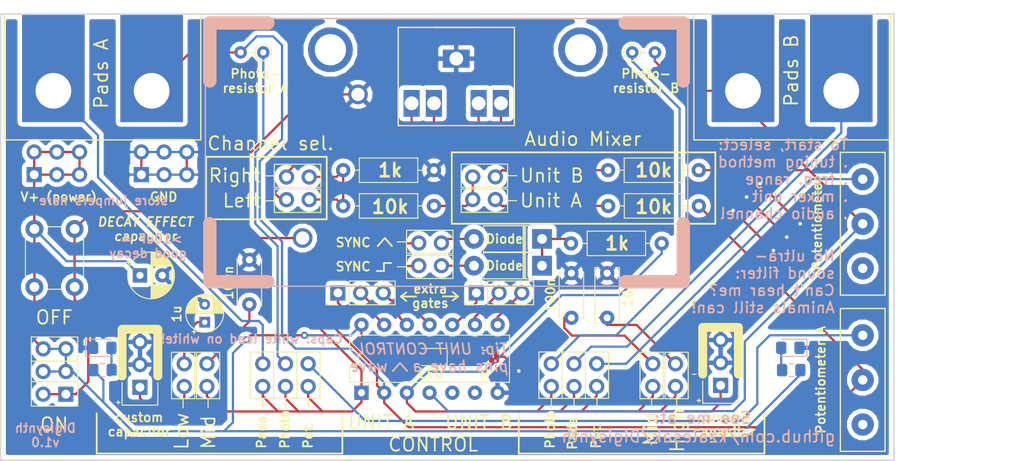
<source format=kicad_pcb>
(kicad_pcb (version 20171130) (host pcbnew "(5.0.0)")
  (layers (0 F.Cu signal) (31 B.Cu signal) (34 B.Paste user hide) (35 F.Paste user hide) (36 B.SilkS user) (37 F.SilkS user) (38 B.Mask user hide) (39 F.Mask user) (44 Edge.Cuts user))
  (net 0 "")
  (net 1 GND)
  (net 2 "Net-(C1-Pad1)")
  (net 3 "Net-(C2-Pad1)")
  (net 4 "Net-(C3-Pad1)")
  (net 5 "Net-(C4-Pad1)")
  (net 6 IN_B)
  (net 7 "Net-(D1-Pad2)")
  (net 8 "Net-(D2-Pad1)")
  (net 9 IN_A)
  (net 10 "Net-(J3-Pad6)")
  (net 11 "Net-(J3-Pad5)")
  (net 12 "Net-(J3-Pad4)")
  (net 13 OUT_A)
  (net 14 "Net-(J6-Pad4)")
  (net 15 "Net-(J6-Pad5)")
  (net 16 "Net-(J6-Pad6)")
  (net 17 "Net-(J8-Pad3)")
  (net 18 "Net-(J8-Pad2)")
  (net 19 "Net-(J8-Pad1)")
  (net 20 V+)
  (net 21 "Net-(J11-Pad1)")
  (net 22 "Net-(J11-Pad3)")
  (net 23 OUT_B)
  (net 24 /40106/8Dout)
  (net 25 /40106/9Din)
  (net 26 /40106/10Eout)
  (net 27 /40106/11Ein)
  (net 28 /40106/5Cin)
  (net 29 /40106/12Fout)
  (net 30 /40106/6Cout)
  (net 31 /40106/13Fin)
  (net 32 "Net-(J13-Pad1)")
  (net 33 "Net-(D1-Pad1)")
  (net 34 "Net-(RV2-Pad1)")
  (net 35 "Net-(J11-Pad2)")
  (net 36 "Net-(D3-Pad2)")
  (net 37 "Net-(D4-Pad2)")
  (net 38 "Net-(RV1-Pad1)")
  (net 39 "Net-(D5-Pad2)")
  (module "AAA_Project Footprints:JC-128" (layer F.Cu) (at 51 5 270)
    (fp_text reference J12 hide)
    (fp_text value AudioJack3_Ground)
    (pad R thru_hole rect (at 5 -2.5 90) (size 3 1.8) (drill 1.55) (layers *.Cu *.Mask) (net 35 "Net-(J11-Pad2)"))
    (pad R thru_hole rect (at 5 -5 90) (size 3 1.8) (drill 1.55) (layers *.Cu *.Mask) (net 35 "Net-(J11-Pad2)"))
    (pad T thru_hole rect (at 5 2.5 90) (size 3 1.8) (drill 1.55) (layers *.Cu *.Mask) (net 21 "Net-(J11-Pad1)"))
    (pad T thru_hole rect (at 5 5 90) (size 3 1.8) (drill 1.55) (layers *.Cu *.Mask) (net 21 "Net-(J11-Pad1)"))
    (pad S thru_hole rect (at 0 0) (size 3 2) (drill 1.55) (layers *.Cu *.Mask) (net 1 GND))
  )
  (module "AAA_Project Footprints:SR_PASSIVES_POT_PW1.00_P5.00" (layer F.Cu) (at 96.5 41 90)
    (fp_text reference RV1 hide)
    (fp_text value R_POT)
    (pad 1 thru_hole circle (at -5 0 90) (size 2.5 2.5) (drill 1.05) (layers *.Cu *.Mask) (net 38 "Net-(RV1-Pad1)"))
    (pad 2 thru_hole circle (at 0 0 90) (size 2.5 2.5) (drill 1.05) (layers *.Cu *.Mask) (net 13 OUT_A))
    (pad 3 thru_hole circle (at 5 0 90) (size 2.5 2.5) (drill 1.05) (layers *.Cu *.Mask) (net 10 "Net-(J3-Pad6)"))
  )
  (module LED_SMD:LED_0805_2012Metric_Pad1.15x1.40mm_HandSolder (layer B.Cu) (at 11.375 37.4)
    (fp_text reference D4 hide)
    (fp_text value LED)
    (pad 2 smd roundrect (at 1.025 0) (size 1.15 1.4) (layers B.Cu B.Paste B.Mask) (roundrect_rratio 0.217391) (net 37 "Net-(D4-Pad2)"))
    (pad 1 smd roundrect (at -1.025 0) (size 1.15 1.4) (layers B.Cu B.Paste B.Mask) (roundrect_rratio 0.217391) (net 1 GND))
  )
  (module LED_SMD:LED_0805_2012Metric_Pad1.15x1.40mm_HandSolder (layer B.Cu) (at 88.4 37.4 180)
    (fp_text reference D3 hide)
    (fp_text value LED)
    (pad 2 smd roundrect (at 1.025 0 180) (size 1.15 1.4) (layers B.Cu B.Paste B.Mask) (roundrect_rratio 0.217391) (net 36 "Net-(D3-Pad2)"))
    (pad 1 smd roundrect (at -1.025 0 180) (size 1.15 1.4) (layers B.Cu B.Paste B.Mask) (roundrect_rratio 0.217391) (net 1 GND))
  )
  (module Resistor_SMD:R_0805_2012Metric_Pad1.15x1.40mm_HandSolder (layer B.Cu) (at 88.5 39.9 180)
    (fp_text reference R9 hide)
    (fp_text value R)
    (pad 2 smd roundrect (at 1.025 0 180) (size 1.15 1.4) (layers B.Cu B.Paste B.Mask) (roundrect_rratio 0.217391) (net 36 "Net-(D3-Pad2)"))
    (pad 1 smd roundrect (at -1.025 0 180) (size 1.15 1.4) (layers B.Cu B.Paste B.Mask) (roundrect_rratio 0.217391) (net 20 V+))
  )
  (module Resistor_SMD:R_0805_2012Metric_Pad1.15x1.40mm_HandSolder (layer B.Cu) (at 11.4 39.9)
    (fp_text reference R10 hide)
    (fp_text value R)
    (pad 2 smd roundrect (at 1.025 0) (size 1.15 1.4) (layers B.Cu B.Paste B.Mask) (roundrect_rratio 0.217391) (net 37 "Net-(D4-Pad2)"))
    (pad 1 smd roundrect (at -1.025 0) (size 1.15 1.4) (layers B.Cu B.Paste B.Mask) (roundrect_rratio 0.217391) (net 20 V+))
  )
  (module Resistor_THT:R_Axial_DIN0207_L6.3mm_D2.5mm_P10.16mm_Horizontal (layer F.Cu) (at 48.5 17.5 180)
    (fp_text reference R8 hide)
    (fp_text value 1k)
    (pad 1 thru_hole circle (at 0 0 180) (size 1.6 1.6) (drill 0.8) (layers *.Cu *.Mask) (net 1 GND))
    (pad 2 thru_hole oval (at 10.16 0 180) (size 1.6 1.6) (drill 0.8) (layers *.Cu *.Mask) (net 22 "Net-(J11-Pad3)"))
  )
  (module Resistor_THT:R_Axial_DIN0207_L6.3mm_D2.5mm_P10.16mm_Horizontal (layer F.Cu) (at 38.34 21.5)
    (fp_text reference R7 hide)
    (fp_text value 10k)
    (pad 2 thru_hole oval (at 10.16 0) (size 1.6 1.6) (drill 0.8) (layers *.Cu *.Mask) (net 17 "Net-(J8-Pad3)"))
    (pad 1 thru_hole circle (at 0 0) (size 1.6 1.6) (drill 0.8) (layers *.Cu *.Mask) (net 22 "Net-(J11-Pad3)"))
  )
  (module Resistor_THT:R_Axial_DIN0207_L6.3mm_D2.5mm_P10.16mm_Horizontal (layer F.Cu) (at 74 25.7 180)
    (fp_text reference R2 hide)
    (fp_text value 1k)
    (pad 2 thru_hole oval (at 10.16 0 180) (size 1.6 1.6) (drill 0.8) (layers *.Cu *.Mask) (net 33 "Net-(D1-Pad1)"))
    (pad 1 thru_hole circle (at 0 0 180) (size 1.6 1.6) (drill 0.8) (layers *.Cu *.Mask) (net 6 IN_B))
  )
  (module Resistor_THT:R_Axial_DIN0207_L6.3mm_D2.5mm_P10.16mm_Horizontal (layer F.Cu) (at 67.99 17.5)
    (fp_text reference R5 hide)
    (fp_text value 10k)
    (pad 1 thru_hole circle (at 0 0) (size 1.6 1.6) (drill 0.8) (layers *.Cu *.Mask) (net 19 "Net-(J8-Pad1)"))
    (pad 2 thru_hole oval (at 10.16 0) (size 1.6 1.6) (drill 0.8) (layers *.Cu *.Mask) (net 23 OUT_B))
  )
  (module Resistor_THT:R_Axial_DIN0207_L6.3mm_D2.5mm_P10.16mm_Horizontal (layer F.Cu) (at 68 21.5)
    (fp_text reference R6 hide)
    (fp_text value 10k)
    (pad 1 thru_hole circle (at 0 0) (size 1.6 1.6) (drill 0.8) (layers *.Cu *.Mask) (net 18 "Net-(J8-Pad2)"))
    (pad 2 thru_hole oval (at 10.16 0) (size 1.6 1.6) (drill 0.8) (layers *.Cu *.Mask) (net 13 OUT_A))
  )
  (module Diode_THT:D_DO-41_SOD81_P7.62mm_Horizontal (layer F.Cu) (at 60.6 28.2 180)
    (fp_text reference D5 hide)
    (fp_text value D)
    (pad 2 thru_hole oval (at 7.62 0 180) (size 2.2 2.2) (drill 1.1) (layers *.Cu *.Mask) (net 39 "Net-(D5-Pad2)"))
    (pad 1 thru_hole rect (at 0 0 180) (size 2.2 2.2) (drill 1.1) (layers *.Cu *.Mask) (net 33 "Net-(D1-Pad1)"))
  )
  (module Resistor_SMD:R_0805_2012Metric_Pad1.15x1.40mm_HandSolder (layer F.Cu) (at 54.2 38.4)
    (fp_text reference R4 hide)
    (fp_text value R)
    (pad 2 smd roundrect (at 1.025 0) (size 1.15 1.4) (layers F.Cu F.Paste F.Mask) (roundrect_rratio 0.217391) (net 1 GND))
    (pad 1 smd roundrect (at -1.025 0) (size 1.15 1.4) (layers F.Cu F.Paste F.Mask) (roundrect_rratio 0.217391) (net 8 "Net-(D2-Pad1)"))
  )
  (module LED_SMD:LED_0805_2012Metric_Pad1.15x1.40mm_HandSolder (layer F.Cu) (at 48.115 38.435 180)
    (fp_text reference D2 hide)
    (fp_text value LED)
    (pad 2 smd roundrect (at 1.025 0 180) (size 1.15 1.4) (layers F.Cu F.Paste F.Mask) (roundrect_rratio 0.217391) (net 20 V+))
    (pad 1 smd roundrect (at -1.025 0 180) (size 1.15 1.4) (layers F.Cu F.Paste F.Mask) (roundrect_rratio 0.217391) (net 8 "Net-(D2-Pad1)"))
  )
  (module "AAA_Project Footprints:CAP_Changer" (layer F.Cu) (at 80.59 41.615 180)
    (fp_text reference J7 hide)
    (fp_text value Conn_01x03_Female)
    (pad 3 thru_hole oval (at 0 5.08 180) (size 1.7 1.7) (drill 1) (layers *.Cu *.Mask) (net 1 GND))
    (pad 2 thru_hole oval (at 0 2.54 180) (size 1.7 1.7) (drill 1) (layers *.Cu *.Mask) (net 1 GND))
    (pad 1 thru_hole rect (at 0 0 180) (size 1.7 1.7) (drill 1) (layers *.Cu *.Mask) (net 6 IN_B))
  )
  (module "AAA_Project Footprints:CAP_Changer" (layer F.Cu) (at 15.59 41.825 180)
    (fp_text reference J2 hide)
    (fp_text value Conn_01x03_Female)
    (pad 3 thru_hole oval (at 0 5.08 180) (size 1.7 1.7) (drill 1) (layers *.Cu *.Mask) (net 1 GND))
    (pad 2 thru_hole oval (at 0 2.54 180) (size 1.7 1.7) (drill 1) (layers *.Cu *.Mask) (net 1 GND))
    (pad 1 thru_hole rect (at 0 0 180) (size 1.7 1.7) (drill 1) (layers *.Cu *.Mask) (net 9 IN_A))
  )
  (module "AAA_Project Footprints:PinHeader_2x03_P2.54mm_Selector_CCW" (layer F.Cu) (at 29.34 41.735 90)
    (fp_text reference J3 hide)
    (fp_text value Conn_02x03_Counter_Clockwise)
    (pad 1 thru_hole circle (at 0 0 90) (size 1.7 1.7) (drill 1) (layers *.Cu *.Mask) (net 9 IN_A))
    (pad 4 thru_hole oval (at 2.54 0 90) (size 1.7 1.7) (drill 1) (layers *.Cu *.Mask) (net 12 "Net-(J3-Pad4)"))
    (pad 2 thru_hole oval (at 0 2.54 90) (size 1.7 1.7) (drill 1) (layers *.Cu *.Mask) (net 9 IN_A))
    (pad 5 thru_hole oval (at 2.54 2.54 90) (size 1.7 1.7) (drill 1) (layers *.Cu *.Mask) (net 11 "Net-(J3-Pad5)"))
    (pad 3 thru_hole oval (at 0 5.08 90) (size 1.7 1.7) (drill 1) (layers *.Cu *.Mask) (net 9 IN_A))
    (pad 6 thru_hole oval (at 2.54 5.08 90) (size 1.7 1.7) (drill 1) (layers *.Cu *.Mask) (net 10 "Net-(J3-Pad6)"))
  )
  (module "AAA_Project Footprints:PinHeader_2x03_P2.54mm_Selector_CCW" (layer F.Cu) (at 61.64 41.735 90)
    (fp_text reference J6 hide)
    (fp_text value Conn_02x03_Counter_Clockwise)
    (pad 1 thru_hole circle (at 0 0 90) (size 1.7 1.7) (drill 1) (layers *.Cu *.Mask) (net 6 IN_B))
    (pad 4 thru_hole oval (at 2.54 0 90) (size 1.7 1.7) (drill 1) (layers *.Cu *.Mask) (net 14 "Net-(J6-Pad4)"))
    (pad 2 thru_hole oval (at 0 2.54 90) (size 1.7 1.7) (drill 1) (layers *.Cu *.Mask) (net 6 IN_B))
    (pad 5 thru_hole oval (at 2.54 2.54 90) (size 1.7 1.7) (drill 1) (layers *.Cu *.Mask) (net 15 "Net-(J6-Pad5)"))
    (pad 3 thru_hole oval (at 0 5.08 90) (size 1.7 1.7) (drill 1) (layers *.Cu *.Mask) (net 6 IN_B))
    (pad 6 thru_hole oval (at 2.54 5.08 90) (size 1.7 1.7) (drill 1) (layers *.Cu *.Mask) (net 16 "Net-(J6-Pad6)"))
  )
  (module "AAA_Project Footprints:Conn_02x03_CCW_NoSilk" (layer F.Cu) (at 15.75 18 90)
    (fp_text reference J9 hide)
    (fp_text value Conn_02x04_Counter_Clockwise)
    (pad 1 thru_hole rect (at 0 0 90) (size 1.7 1.7) (drill 1) (layers *.Cu *.Mask) (net 1 GND))
    (pad 2 thru_hole oval (at 2.54 0 90) (size 1.7 1.7) (drill 1) (layers *.Cu *.Mask) (net 1 GND))
    (pad 3 thru_hole oval (at 0 2.54 90) (size 1.7 1.7) (drill 1) (layers *.Cu *.Mask) (net 1 GND))
    (pad 4 thru_hole oval (at 2.54 2.54 90) (size 1.7 1.7) (drill 1) (layers *.Cu *.Mask) (net 1 GND))
    (pad 5 thru_hole oval (at 0 5.08 90) (size 1.7 1.7) (drill 1) (layers *.Cu *.Mask) (net 1 GND))
    (pad 6 thru_hole oval (at 2.54 5.08 90) (size 1.7 1.7) (drill 1) (layers *.Cu *.Mask) (net 1 GND))
  )
  (module "AAA_Project Footprints:Conn_02x03_CCW_NoSilk" (layer F.Cu) (at 3.75 18 90)
    (fp_text reference J10 hide)
    (fp_text value Conn_02x04_Counter_Clockwise)
    (pad 1 thru_hole rect (at 0 0 90) (size 1.7 1.7) (drill 1) (layers *.Cu *.Mask) (net 20 V+))
    (pad 2 thru_hole oval (at 2.54 0 90) (size 1.7 1.7) (drill 1) (layers *.Cu *.Mask) (net 20 V+))
    (pad 3 thru_hole oval (at 0 2.54 90) (size 1.7 1.7) (drill 1) (layers *.Cu *.Mask) (net 20 V+))
    (pad 4 thru_hole oval (at 2.54 2.54 90) (size 1.7 1.7) (drill 1) (layers *.Cu *.Mask) (net 20 V+))
    (pad 5 thru_hole oval (at 0 5.08 90) (size 1.7 1.7) (drill 1) (layers *.Cu *.Mask) (net 20 V+))
    (pad 6 thru_hole oval (at 2.54 5.08 90) (size 1.7 1.7) (drill 1) (layers *.Cu *.Mask) (net 20 V+))
  )
  (module "AAA_Project Footprints:PinHeader_2x02_P2.54mm_Selector_CCW" (layer F.Cu) (at 32 20.8 90)
    (fp_text reference J11 hide)
    (fp_text value Conn_02x02_Counter_Clockwise)
    (pad 4 thru_hole oval (at 2.54 2.54 90) (size 1.7 1.7) (drill 1) (layers *.Cu *.Mask) (net 22 "Net-(J11-Pad3)"))
    (pad 3 thru_hole oval (at 0 2.54 90) (size 1.7 1.7) (drill 1) (layers *.Cu *.Mask) (net 22 "Net-(J11-Pad3)"))
    (pad 2 thru_hole oval (at 2.54 0 90) (size 1.7 1.7) (drill 1) (layers *.Cu *.Mask) (net 35 "Net-(J11-Pad2)"))
    (pad 1 thru_hole circle (at 0 0 90) (size 1.7 1.7) (drill 1) (layers *.Cu *.Mask) (net 21 "Net-(J11-Pad1)"))
  )
  (module "AAA_Project Footprints:PinHeader_2x02_P2.54mm_Selector_CCW" (layer F.Cu) (at 23.09 41.735 180)
    (fp_text reference J1 hide)
    (fp_text value Conn_02x02_Counter_Clockwise)
    (pad 4 thru_hole oval (at 2.54 2.54 180) (size 1.7 1.7) (drill 1) (layers *.Cu *.Mask) (net 2 "Net-(C1-Pad1)"))
    (pad 3 thru_hole oval (at 0 2.54 180) (size 1.7 1.7) (drill 1) (layers *.Cu *.Mask) (net 3 "Net-(C2-Pad1)"))
    (pad 2 thru_hole oval (at 2.54 0 180) (size 1.7 1.7) (drill 1) (layers *.Cu *.Mask) (net 9 IN_A))
    (pad 1 thru_hole circle (at 0 0 180) (size 1.7 1.7) (drill 1) (layers *.Cu *.Mask) (net 9 IN_A))
  )
  (module "AAA_Project Footprints:PinHeader_2x02_P2.54mm_Selector_CCW" (layer F.Cu) (at 55.38 18.245 270)
    (fp_text reference J8 hide)
    (fp_text value Conn_02x02_Counter_Clockwise)
    (pad 4 thru_hole oval (at 2.54 2.54 270) (size 1.7 1.7) (drill 1) (layers *.Cu *.Mask) (net 17 "Net-(J8-Pad3)"))
    (pad 3 thru_hole oval (at 0 2.54 270) (size 1.7 1.7) (drill 1) (layers *.Cu *.Mask) (net 17 "Net-(J8-Pad3)"))
    (pad 2 thru_hole oval (at 2.54 0 270) (size 1.7 1.7) (drill 1) (layers *.Cu *.Mask) (net 18 "Net-(J8-Pad2)"))
    (pad 1 thru_hole circle (at 0 0 270) (size 1.7 1.7) (drill 1) (layers *.Cu *.Mask) (net 19 "Net-(J8-Pad1)"))
  )
  (module "AAA_Project Footprints:PinHeader_2x02_P2.54mm_Selector_CCW" (layer F.Cu) (at 46.8 28.2 90)
    (fp_text reference J4 hide)
    (fp_text value Conn_02x02_Counter_Clockwise)
    (pad 4 thru_hole oval (at 2.54 2.54 90) (size 1.7 1.7) (drill 1) (layers *.Cu *.Mask) (net 7 "Net-(D1-Pad2)"))
    (pad 3 thru_hole oval (at 0 2.54 90) (size 1.7 1.7) (drill 1) (layers *.Cu *.Mask) (net 39 "Net-(D5-Pad2)"))
    (pad 2 thru_hole oval (at 2.54 0 90) (size 1.7 1.7) (drill 1) (layers *.Cu *.Mask) (net 9 IN_A))
    (pad 1 thru_hole circle (at 0 0 90) (size 1.7 1.7) (drill 1) (layers *.Cu *.Mask) (net 13 OUT_A))
  )
  (module "AAA_Project Footprints:PinHeader_2x02_P2.54mm_Selector_CCW" (layer F.Cu) (at 75.54 41.735 180)
    (fp_text reference J5 hide)
    (fp_text value Conn_02x02_Counter_Clockwise)
    (pad 4 thru_hole oval (at 2.54 2.54 180) (size 1.7 1.7) (drill 1) (layers *.Cu *.Mask) (net 4 "Net-(C3-Pad1)"))
    (pad 3 thru_hole oval (at 0 2.54 180) (size 1.7 1.7) (drill 1) (layers *.Cu *.Mask) (net 5 "Net-(C4-Pad1)"))
    (pad 2 thru_hole oval (at 2.54 0 180) (size 1.7 1.7) (drill 1) (layers *.Cu *.Mask) (net 6 IN_B))
    (pad 1 thru_hole circle (at 0 0 180) (size 1.7 1.7) (drill 1) (layers *.Cu *.Mask) (net 6 IN_B))
  )
  (module "AAA_Project Footprints:BatteryHolder_COMF_BH9VA_1x6F22(9V)_minimum" (layer B.Cu) (at 77.412501 0 180)
    (fp_text reference BT1 hide)
    (fp_text value Battery)
    (pad 0 thru_hole circle (at 12.5 -4 180) (size 5 5) (drill 3.5) (layers *.Cu *.Mask))
    (pad 0 thru_hole circle (at 40.5 -4 180) (size 5 5) (drill 3.5) (layers *.Cu *.Mask))
  )
  (module Diode_THT:D_DO-41_SOD81_P7.62mm_Horizontal (layer F.Cu) (at 60.6 25.2 180)
    (fp_text reference D1 hide)
    (fp_text value D)
    (pad 1 thru_hole rect (at 0 0 180) (size 2.2 2.2) (drill 1.1) (layers *.Cu *.Mask) (net 33 "Net-(D1-Pad1)"))
    (pad 2 thru_hole oval (at 7.62 0 180) (size 2.2 2.2) (drill 1.1) (layers *.Cu *.Mask) (net 7 "Net-(D1-Pad2)"))
  )
  (module "AAA_Project Footprints:DPDT_Switch_2x03_P2.54mm" (layer F.Cu) (at 7.3 42.6 180)
    (fp_text reference SW2 hide)
    (fp_text value SW_SPDT)
    (pad 3 thru_hole oval (at 2.54 5.08 180) (size 1.7 1.7) (drill 1) (layers *.Cu *.Mask) (net 20 V+))
    (pad 3 thru_hole oval (at 0 5.08 180) (size 1.7 1.7) (drill 1) (layers *.Cu *.Mask) (net 20 V+))
    (pad 2 thru_hole oval (at 2.54 2.54 180) (size 1.7 1.7) (drill 1) (layers *.Cu *.Mask) (net 20 V+))
    (pad 2 thru_hole oval (at 0 2.54 180) (size 1.7 1.7) (drill 1) (layers *.Cu *.Mask) (net 20 V+))
    (pad 1 thru_hole oval (at 2.54 0 180) (size 1.7 1.7) (drill 1) (layers *.Cu *.Mask) (net 32 "Net-(J13-Pad1)"))
    (pad 1 thru_hole rect (at 0 0 180) (size 1.7 1.7) (drill 1) (layers *.Cu *.Mask) (net 32 "Net-(J13-Pad1)"))
  )
  (module "AAA_Project Footprints:SR_PASSIVES_POT_PW1.00_P5.00" (layer F.Cu) (at 96.5 23.5 90)
    (fp_text reference RV2 hide)
    (fp_text value R_POT)
    (pad 1 thru_hole circle (at -5 0 90) (size 2.5 2.5) (drill 1.05) (layers *.Cu *.Mask) (net 34 "Net-(RV2-Pad1)"))
    (pad 2 thru_hole circle (at 0 0 90) (size 2.5 2.5) (drill 1.05) (layers *.Cu *.Mask) (net 23 OUT_B))
    (pad 3 thru_hole circle (at 5 0 90) (size 2.5 2.5) (drill 1.05) (layers *.Cu *.Mask) (net 16 "Net-(J6-Pad6)"))
  )
  (module Capacitor_THT:CP_Radial_D4.0mm_P2.00mm (layer F.Cu) (at 22.84 34.535 90)
    (fp_text reference C1 hide)
    (fp_text value 1u)
    (pad 1 thru_hole rect (at 0 0 90) (size 1.2 1.2) (drill 0.6) (layers *.Cu *.Mask) (net 2 "Net-(C1-Pad1)"))
    (pad 2 thru_hole circle (at 2 0 90) (size 1.2 1.2) (drill 0.6) (layers *.Cu *.Mask) (net 1 GND))
  )
  (module Capacitor_THT:C_Disc_D5.0mm_W2.5mm_P5.00mm (layer F.Cu) (at 27.84 32.535 90)
    (fp_text reference C2 hide)
    (fp_text value 100n)
    (pad 1 thru_hole circle (at 0 0 90) (size 1.6 1.6) (drill 0.8) (layers *.Cu *.Mask) (net 3 "Net-(C2-Pad1)"))
    (pad 2 thru_hole circle (at 5 0 90) (size 1.6 1.6) (drill 0.8) (layers *.Cu *.Mask) (net 1 GND))
  )
  (module Capacitor_THT:C_Disc_D5.0mm_W2.5mm_P5.00mm (layer F.Cu) (at 63.89 34.035 90)
    (fp_text reference C3 hide)
    (fp_text value 100n)
    (pad 2 thru_hole circle (at 5 0 90) (size 1.6 1.6) (drill 0.8) (layers *.Cu *.Mask) (net 1 GND))
    (pad 1 thru_hole circle (at 0 0 90) (size 1.6 1.6) (drill 0.8) (layers *.Cu *.Mask) (net 4 "Net-(C3-Pad1)"))
  )
  (module Capacitor_THT:C_Disc_D6.0mm_W2.5mm_P5.00mm (layer F.Cu) (at 67.89 34.035 90)
    (fp_text reference C4 hide)
    (fp_text value 10n)
    (pad 1 thru_hole circle (at 0 0 90) (size 1.6 1.6) (drill 0.8) (layers *.Cu *.Mask) (net 5 "Net-(C4-Pad1)"))
    (pad 2 thru_hole circle (at 5 0 90) (size 1.6 1.6) (drill 0.8) (layers *.Cu *.Mask) (net 1 GND))
  )
  (module Capacitor_THT:CP_Radial_D5.0mm_P2.50mm (layer F.Cu) (at 15.59 29.285)
    (fp_text reference C5 hide)
    (fp_text value "C_Var (Fem pin header)")
    (pad 1 thru_hole rect (at 0 0) (size 1.6 1.6) (drill 0.8) (layers *.Cu *.Mask) (net 20 V+))
    (pad 2 thru_hole circle (at 2.5 0) (size 1.6 1.6) (drill 0.8) (layers *.Cu *.Mask) (net 1 GND))
  )
  (module Resistor_THT:R_Axial_DIN0204_L3.6mm_D1.6mm_P2.54mm_Vertical (layer F.Cu) (at 29.4 4.3 180)
    (fp_text reference R1 hide)
    (fp_text value R_PHOTO)
    (pad 2 thru_hole oval (at 2.54 0 180) (size 1.4 1.4) (drill 0.7) (layers *.Cu *.Mask) (net 13 OUT_A))
    (pad 1 thru_hole circle (at 0 0 180) (size 1.4 1.4) (drill 0.7) (layers *.Cu *.Mask) (net 11 "Net-(J3-Pad5)"))
  )
  (module Resistor_THT:R_Axial_DIN0204_L3.6mm_D1.6mm_P2.54mm_Vertical (layer F.Cu) (at 70.7 4.3)
    (fp_text reference R3 hide)
    (fp_text value R_PHOTO)
    (pad 1 thru_hole circle (at 0 0) (size 1.4 1.4) (drill 0.7) (layers *.Cu *.Mask) (net 14 "Net-(J6-Pad4)"))
    (pad 2 thru_hole oval (at 2.54 0) (size 1.4 1.4) (drill 0.7) (layers *.Cu *.Mask) (net 23 OUT_B))
  )
  (module Button_Switch_THT:SW_PUSH_6mm (layer F.Cu) (at 3.775 30.585 90)
    (fp_text reference SW1 hide)
    (fp_text value SW_Push)
    (pad 2 thru_hole circle (at 0 4.5 180) (size 2 2) (drill 1.1) (layers *.Cu *.Mask) (net 32 "Net-(J13-Pad1)"))
    (pad 1 thru_hole circle (at 0 0 180) (size 2 2) (drill 1.1) (layers *.Cu *.Mask) (net 20 V+))
    (pad 2 thru_hole circle (at 6.5 4.5 180) (size 2 2) (drill 1.1) (layers *.Cu *.Mask) (net 32 "Net-(J13-Pad1)"))
    (pad 1 thru_hole circle (at 6.5 0 180) (size 2 2) (drill 1.1) (layers *.Cu *.Mask) (net 20 V+))
  )
  (module "AAA_Project Footprints:ALICLIP_POINT" (layer F.Cu) (at 11.4 0.1 270)
    (fp_text reference TP1 hide)
    (fp_text value TestPoint_2Pole)
    (pad 2 thru_hole rect (at 8.5 5.5 90) (size 12 7) (drill 4 (offset 2.5 0)) (layers *.Cu *.Mask) (net 12 "Net-(J3-Pad4)"))
    (pad 1 thru_hole rect (at 8.5 -5.5 90) (size 12 7) (drill 4 (offset 2.5 0)) (layers *.Cu *.Mask) (net 13 OUT_A))
  )
  (module "AAA_Project Footprints:ALICLIP_POINT" (layer F.Cu) (at 88.6 0.1 270)
    (fp_text reference TP2 hide)
    (fp_text value TestPoint_2Pole)
    (pad 1 thru_hole rect (at 8.5 -5.5 90) (size 12 7) (drill 4 (offset 2.5 0)) (layers *.Cu *.Mask) (net 15 "Net-(J6-Pad5)"))
    (pad 2 thru_hole rect (at 8.5 5.5 90) (size 12 7) (drill 4 (offset 2.5 0)) (layers *.Cu *.Mask) (net 23 OUT_B))
  )
  (module Package_DIP:DIP-14_W7.62mm (layer F.Cu) (at 40.39 42.435 90)
    (fp_text reference U1 hide)
    (fp_text value 40106)
    (pad 1 thru_hole rect (at 0 0 90) (size 1.6 1.6) (drill 0.8) (layers *.Cu *.Mask) (net 9 IN_A))
    (pad 8 thru_hole oval (at 7.62 15.24 90) (size 1.6 1.6) (drill 0.8) (layers *.Cu *.Mask) (net 24 /40106/8Dout))
    (pad 2 thru_hole oval (at 0 2.54 90) (size 1.6 1.6) (drill 0.8) (layers *.Cu *.Mask) (net 13 OUT_A))
    (pad 9 thru_hole oval (at 7.62 12.7 90) (size 1.6 1.6) (drill 0.8) (layers *.Cu *.Mask) (net 25 /40106/9Din))
    (pad 3 thru_hole oval (at 0 5.08 90) (size 1.6 1.6) (drill 0.8) (layers *.Cu *.Mask) (net 6 IN_B))
    (pad 10 thru_hole oval (at 7.62 10.16 90) (size 1.6 1.6) (drill 0.8) (layers *.Cu *.Mask) (net 26 /40106/10Eout))
    (pad 4 thru_hole oval (at 0 7.62 90) (size 1.6 1.6) (drill 0.8) (layers *.Cu *.Mask) (net 23 OUT_B))
    (pad 11 thru_hole oval (at 7.62 7.62 90) (size 1.6 1.6) (drill 0.8) (layers *.Cu *.Mask) (net 27 /40106/11Ein))
    (pad 5 thru_hole oval (at 0 10.16 90) (size 1.6 1.6) (drill 0.8) (layers *.Cu *.Mask) (net 28 /40106/5Cin))
    (pad 12 thru_hole oval (at 7.62 5.08 90) (size 1.6 1.6) (drill 0.8) (layers *.Cu *.Mask) (net 29 /40106/12Fout))
    (pad 6 thru_hole oval (at 0 12.7 90) (size 1.6 1.6) (drill 0.8) (layers *.Cu *.Mask) (net 30 /40106/6Cout))
    (pad 13 thru_hole oval (at 7.62 2.54 90) (size 1.6 1.6) (drill 0.8) (layers *.Cu *.Mask) (net 31 /40106/13Fin))
    (pad 7 thru_hole oval (at 0 15.24 90) (size 1.6 1.6) (drill 0.8) (layers *.Cu *.Mask) (net 1 GND))
    (pad 14 thru_hole oval (at 7.62 0 90) (size 1.6 1.6) (drill 0.8) (layers *.Cu *.Mask) (net 20 V+))
  )
  (module "AAA_Project Footprints:BAT_PAD" (layer F.Cu) (at 33.8 25.1)
    (fp_text reference J13 hide)
    (fp_text value Conn_01x01_Female)
    (pad 1 thru_hole circle (at 0 0) (size 2.2 2.2) (drill 1.5) (layers *.Cu *.Mask) (net 32 "Net-(J13-Pad1)"))
  )
  (module "AAA_Project Footprints:BAT_PAD" (layer F.Cu) (at 40 9)
    (fp_text reference J14 hide)
    (fp_text value Conn_01x01_Female)
    (pad 1 thru_hole circle (at 0 0) (size 2.2 2.2) (drill 1.5) (layers *.Cu *.Mask) (net 1 GND))
  )
  (module Connector_PinHeader_2.54mm:PinHeader_1x03_P2.54mm_Vertical (layer F.Cu) (at 37.75 31.25 90)
    (fp_text reference J15 hide)
    (fp_text value Conn_01x03)
    (pad 1 thru_hole rect (at 0 0 90) (size 1.7 1.7) (drill 1) (layers *.Cu *.Mask) (net 31 /40106/13Fin))
    (pad 2 thru_hole oval (at 0 2.54 90) (size 1.7 1.7) (drill 1) (layers *.Cu *.Mask) (net 29 /40106/12Fout))
    (pad 3 thru_hole oval (at 0 5.08 90) (size 1.7 1.7) (drill 1) (layers *.Cu *.Mask) (net 27 /40106/11Ein))
  )
  (module Connector_PinHeader_2.54mm:PinHeader_1x03_P2.54mm_Vertical (layer F.Cu) (at 53.25 31.25 90)
    (fp_text reference J16 hide)
    (fp_text value Conn_01x03)
    (pad 3 thru_hole oval (at 0 5.08 90) (size 1.7 1.7) (drill 1) (layers *.Cu *.Mask) (net 24 /40106/8Dout))
    (pad 2 thru_hole oval (at 0 2.54 90) (size 1.7 1.7) (drill 1) (layers *.Cu *.Mask) (net 25 /40106/9Din))
    (pad 1 thru_hole rect (at 0 0 90) (size 1.7 1.7) (drill 1) (layers *.Cu *.Mask) (net 26 /40106/10Eout))
  )
  (gr_text ON (at 6 46) (layer F.SilkS) (effects (font (size 1.5 1.5) (thickness 0.2))))
  (gr_line (start 44.7 39.1) (end 43.9 40) (layer B.SilkS) (width 0.2))
  (gr_line (start 45.5 40) (end 44.7 39.1) (layer B.SilkS) (width 0.2))
  (gr_text "Tip: UNIT CONTROL\npins have a   wave" (at 57 38.5) (layer B.SilkS) (effects (font (size 1.2 1.2) (thickness 0.2) italic) (justify left mirror)))
  (gr_text "Caps: white lead on white!" (at 17.8 36.4) (layer B.SilkS) (effects (font (size 1 1) (thickness 0.2)) (justify right mirror)))
  (gr_text "No ultra-\nsound filter:\nCan't hear me?\nAnimals still can!" (at 93.5 30) (layer B.SilkS) (effects (font (size 1.2 1.2) (thickness 0.2)) (justify left mirror)))
  (gr_text "To start, select:\n. tuning method\n. freq. range\n. mixer unit\n. audio channel" (at 95 18.5) (layer B.SilkS) (effects (font (size 1.2 1.2) (thickness 0.2)) (justify left mirror)))
  (gr_text ">10uF = \ngood decay" (at 16.5 26) (layer B.SilkS) (effects (font (size 1 1) (thickness 0.2)) (justify mirror)))
  (gr_text "store jumpers here" (at 11.5 20.9) (layer B.SilkS) (effects (font (size 1 1) (thickness 0.2)) (justify mirror)))
  (gr_text "See me at: \ngithub.com/kzalesak/Digisynth" (at 78.1 46.3) (layer B.SilkS) (effects (font (size 1.3 1.3) (thickness 0.2)) (justify mirror)))
  (gr_text "Channel sel." (at 23 14.5) (layer F.SilkS) (effects (font (size 1.5 1.5) (thickness 0.2)) (justify left)))
  (gr_line (start 23 16) (end 36.5 16) (layer F.SilkS) (width 0.2))
  (gr_line (start 23 23) (end 23 16) (layer F.SilkS) (width 0.2))
  (gr_line (start 36.5 23) (end 23 23) (layer F.SilkS) (width 0.2))
  (gr_line (start 36.5 16) (end 36.5 23) (layer F.SilkS) (width 0.2))
  (gr_line (start 42.9 27.9) (end 43.7 27.9) (layer F.SilkS) (width 0.2))
  (gr_line (start 43 25.1) (end 43.8 26) (layer F.SilkS) (width 0.2))
  (gr_line (start 42.2 26) (end 43 25.1) (layer F.SilkS) (width 0.2))
  (gr_line (start 42.9 28.8) (end 42.9 27.9) (layer F.SilkS) (width 0.2))
  (gr_line (start 42.1 28.8) (end 42.9 28.8) (layer F.SilkS) (width 0.2))
  (gr_text "SYNC   " (at 43.8 25.6) (layer F.SilkS) (effects (font (size 1 1) (thickness 0.2)) (justify right)))
  (gr_text "SYNC   " (at 43.8 28.3) (layer F.SilkS) (effects (font (size 1 1) (thickness 0.2)) (justify right)))
  (gr_text Diode (at 56.4 28.2) (layer F.SilkS) (effects (font (size 1 1) (thickness 0.2))))
  (gr_text "Audio Mixer" (at 58.5 14) (layer F.SilkS) (effects (font (size 1.5 1.5) (thickness 0.2)) (justify left)))
  (gr_text "Digisynth\nv1.0" (at 5 47.2) (layer B.SilkS) (effects (font (size 1 1) (thickness 0.2)) (justify mirror)))
  (gr_text OFF (at 6 34) (layer F.SilkS) (effects (font (size 1.5 1.5) (thickness 0.2))))
  (gr_line (start 80 23.5) (end 80 17.5) (layer F.SilkS) (width 0.2))
  (gr_line (start 50.5 23.5) (end 80 23.5) (layer F.SilkS) (width 0.2))
  (gr_line (start 50.5 17.5) (end 50.5 23.5) (layer F.SilkS) (width 0.2))
  (gr_line (start 80 15.5) (end 80 17.5) (layer F.SilkS) (width 0.2))
  (gr_line (start 50.5 15.5) (end 80 15.5) (layer F.SilkS) (width 0.2))
  (gr_line (start 50.5 17.5) (end 50.5 15.5) (layer F.SilkS) (width 0.2))
  (gr_text 1k (at 43.6 17.5) (layer F.SilkS) (effects (font (size 1.5 1.5) (thickness 0.3))))
  (gr_text 10k (at 43.6 21.6) (layer F.SilkS) (effects (font (size 1.5 1.5) (thickness 0.3))))
  (gr_text 10k (at 73.1 17.5) (layer F.SilkS) (effects (font (size 1.5 1.5) (thickness 0.3))))
  (gr_text 10k (at 73.1 21.6) (layer F.SilkS) (effects (font (size 1.5 1.5) (thickness 0.3))))
  (gr_text Potentiometer (at 91.4 23.5 90) (layer F.SilkS) (effects (font (size 1 1) (thickness 0.2))))
  (gr_text "Potentiometer A" (at 91.8 41.000001 90) (layer F.SilkS) (effects (font (size 1 1) (thickness 0.2))))
  (gr_text "Unit A" (at 58 20.9) (layer F.SilkS) (effects (font (size 1.5 1.5) (thickness 0.2)) (justify left)))
  (gr_text "Unit B" (at 58 18.1) (layer F.SilkS) (effects (font (size 1.5 1.5) (thickness 0.2)) (justify left)))
  (gr_text Right (at 29.2 18.1) (layer F.SilkS) (effects (font (size 1.5 1.5) (thickness 0.2)) (justify right)))
  (gr_text Left (at 29.2 20.9) (layer F.SilkS) (effects (font (size 1.5 1.5) (thickness 0.2)) (justify right)))
  (gr_text Diode (at 56.4 25.2) (layer F.SilkS) (effects (font (size 1 1) (thickness 0.2))))
  (gr_text 10n (at 70.2 31.4 90) (layer F.SilkS) (effects (font (size 1 1) (thickness 0.2))))
  (gr_text 100n (at 61.55 31.5 90) (layer F.SilkS) (effects (font (size 1 1) (thickness 0.2))))
  (gr_text "Pads B" (at 88.5 10.5 90) (layer F.SilkS) (effects (font (size 1.5 1.5) (thickness 0.2)) (justify left)))
  (gr_text "Photo-\nresistor B" (at 72.25 7.5) (layer F.SilkS) (effects (font (size 1 1) (thickness 0.2))))
  (gr_text "Photo-\nresistor A" (at 28.5 7.5) (layer F.SilkS) (effects (font (size 1 1) (thickness 0.2))))
  (gr_text "Pads A" (at 11.25 10.75 90) (layer F.SilkS) (effects (font (size 1.5 1.5) (thickness 0.2)) (justify left)))
  (gr_text CONTROL (at 43.25 48.25) (layer F.SilkS) (effects (font (size 1.5 1.5) (thickness 0.2)) (justify left)))
  (gr_text Mid (at 72.75 46.5 90) (layer F.SilkS) (effects (font (size 1.5 1.5) (thickness 0.2))))
  (gr_text High (at 75.75 46.619047 90) (layer F.SilkS) (effects (font (size 1.5 1.5) (thickness 0.2))))
  (gr_text Photo (at 61.5 46.533333 90) (layer F.SilkS) (effects (font (size 1 1) (thickness 0.2))))
  (gr_line (start 85.5 49.25) (end 85.5 44.75) (layer F.SilkS) (width 0.2))
  (gr_text "UNIT B" (at 57.5 45.75) (layer F.SilkS) (effects (font (size 1.5 1.5) (thickness 0.2)) (justify right)))
  (gr_line (start 58 44.75) (end 58 49.25) (layer F.SilkS) (width 0.2))
  (gr_line (start 58 49.25) (end 85.5 49.25) (layer F.SilkS) (width 0.2))
  (gr_text Pads (at 64 47 90) (layer F.SilkS) (effects (font (size 1 1) (thickness 0.2))))
  (gr_text Pot. (at 66.65 47.2 90) (layer F.SilkS) (effects (font (size 1 1) (thickness 0.2))))
  (gr_text "custom\ncapacitor" (at 81 46) (layer F.SilkS) (effects (font (size 1 1) (thickness 0.2))))
  (gr_text "V+ (power)" (at 6.5 20.5) (layer F.SilkS) (effects (font (size 1 1) (thickness 0.2))))
  (gr_text GND (at 18.25 20.5) (layer F.SilkS) (effects (font (size 1 1) (thickness 0.2))))
  (gr_text "UNIT A" (at 38.75 45.75) (layer F.SilkS) (effects (font (size 1.5 1.5) (thickness 0.2)) (justify left)))
  (gr_line (start 38.25 49.25) (end 38.25 44.75) (layer F.SilkS) (width 0.2))
  (gr_line (start 10.75 49.25) (end 38.25 49.25) (layer F.SilkS) (width 0.2))
  (gr_line (start 10.75 44.75) (end 10.75 49.25) (layer F.SilkS) (width 0.2))
  (gr_text R (at 54.2 40.3) (layer F.SilkS) (effects (font (size 1 1) (thickness 0.2))))
  (gr_text LED (at 48.2 40.3) (layer F.SilkS) (effects (font (size 1 1) (thickness 0.2))))
  (gr_text Low (at 20.25 46.75 90) (layer F.SilkS) (effects (font (size 1.5 1.5) (thickness 0.2))))
  (gr_line (start 51.19888 31.64328) (end 50.59888 31.14328) (layer F.SilkS) (width 0.2))
  (gr_line (start 49.49888 31.64328) (end 51.19888 31.64328) (layer F.SilkS) (width 0.2))
  (gr_line (start 51.19888 31.64328) (end 50.6 32.1) (layer F.SilkS) (width 0.2))
  (gr_line (start 44.80112 31.65672) (end 45.40112 32.15672) (layer F.SilkS) (width 0.2))
  (gr_line (start 44.80112 31.65672) (end 45.4 31.2) (layer F.SilkS) (width 0.2))
  (gr_line (start 46.50112 31.65672) (end 44.80112 31.65672) (layer F.SilkS) (width 0.2))
  (gr_text "extra\ngates" (at 48.1 31.6) (layer F.SilkS) (effects (font (size 1 1) (thickness 0.2))))
  (gr_text "custom\ncapacitor" (at 15.5 46) (layer F.SilkS) (effects (font (size 1 1) (thickness 0.2))))
  (gr_text 1u (at 19.7 33.6 90) (layer F.SilkS) (effects (font (size 1 1) (thickness 0.2))))
  (gr_text 100n (at 25.5 30.1 90) (layer F.SilkS) (effects (font (size 1 1) (thickness 0.2))))
  (gr_text Mid (at 23.25 46.869047 90) (layer F.SilkS) (effects (font (size 1.5 1.5) (thickness 0.2))))
  (gr_text Pads (at 29.2 46.866666 90) (layer F.SilkS) (effects (font (size 1 1) (thickness 0.2))))
  (gr_text "DECAY EFFECT\ncapacitor" (at 16.2 24.1) (layer F.SilkS) (effects (font (size 1 1) (thickness 0.2) italic)))
  (gr_text Pot. (at 34.4 47.2 90) (layer F.SilkS) (effects (font (size 1 1) (thickness 0.2))))
  (gr_text Photo (at 31.8 46.533333 90) (layer F.SilkS) (effects (font (size 1 1) (thickness 0.2))))
  (gr_text 1k (at 69 25.7) (layer F.SilkS) (effects (font (size 1.5 1.5) (thickness 0.3))))
  (gr_line (start 0 50) (end 0 0) (layer Edge.Cuts) (width 0.15))
  (gr_line (start 100 50) (end 0 50) (layer Edge.Cuts) (width 0.15))
  (gr_line (start 100 0) (end 100 50) (layer Edge.Cuts) (width 0.15))
  (gr_line (start 0 0) (end 100 0) (layer Edge.Cuts) (width 0.15))
  (segment (start 20.83 18) (end 20.83 15.46) (width 0.25) (layer F.Cu) (net 1))
  (segment (start 15.75 18) (end 15.75 15.46) (width 0.25) (layer F.Cu) (net 1))
  (segment (start 20.83 15.46) (end 28.04 15.46) (width 0.25) (layer F.Cu) (net 1))
  (segment (start 34.5 9) (end 33.5 10) (width 0.25) (layer F.Cu) (net 1))
  (segment (start 40 9) (end 34.5 9) (width 0.25) (layer F.Cu) (net 1))
  (segment (start 28.04 15.46) (end 33.5 10) (width 0.25) (layer F.Cu) (net 1))
  (segment (start 33.5 10) (end 33.8 9.7) (width 0.25) (layer F.Cu) (net 1))
  (segment (start 20.83 15.46) (end 22.96 15.46) (width 0.25) (layer B.Cu) (net 1))
  (segment (start 20.83 18) (end 23 18) (width 0.25) (layer B.Cu) (net 1))
  (segment (start 15.75 15.46) (end 14.04 15.46) (width 0.25) (layer B.Cu) (net 1))
  (segment (start 15.75 18) (end 14 18) (width 0.25) (layer B.Cu) (net 1))
  (segment (start 15.75 15.46) (end 18.29 15.46) (width 0.25) (layer B.Cu) (net 1))
  (segment (start 20.83 15.46) (end 18.29 15.46) (width 0.25) (layer B.Cu) (net 1))
  (segment (start 20.83 18) (end 18.29 18) (width 0.25) (layer B.Cu) (net 1))
  (segment (start 15.75 18) (end 18.29 18) (width 0.25) (layer B.Cu) (net 1))
  (via (at 83.5 20.5) (size 0.8) (drill 0.4) (layers F.Cu B.Cu) (net 1))
  (via (at 85 19) (size 0.8) (drill 0.4) (layers F.Cu B.Cu) (net 1))
  (via (at 82 22) (size 0.8) (drill 0.4) (layers F.Cu B.Cu) (net 1))
  (via (at 86.5 26.5) (size 0.8) (drill 0.4) (layers F.Cu B.Cu) (net 1))
  (segment (start 82 22) (end 86.5 26.5) (width 0.25) (layer F.Cu) (net 1))
  (segment (start 83.5 20.5) (end 88 25) (width 0.25) (layer F.Cu) (net 1))
  (via (at 88 25) (size 0.8) (drill 0.4) (layers F.Cu B.Cu) (net 1))
  (via (at 89.5 23.5) (size 0.8) (drill 0.4) (layers F.Cu B.Cu) (net 1))
  (segment (start 85 19) (end 89.5 23.5) (width 0.25) (layer F.Cu) (net 1))
  (via (at 58 40) (size 0.8) (drill 0.4) (layers F.Cu B.Cu) (net 1))
  (segment (start 55.225 38.4) (end 56.4 38.4) (width 0.25) (layer F.Cu) (net 1))
  (segment (start 56.4 38.4) (end 58 40) (width 0.25) (layer F.Cu) (net 1))
  (segment (start 21.99 34.535) (end 22.84 34.535) (width 0.25) (layer F.Cu) (net 2))
  (segment (start 20.55 35.975) (end 21.99 34.535) (width 0.25) (layer F.Cu) (net 2))
  (segment (start 20.55 39.195) (end 20.55 35.975) (width 0.25) (layer F.Cu) (net 2))
  (segment (start 27.84 34.445) (end 27.84 32.535) (width 0.25) (layer F.Cu) (net 3))
  (segment (start 23.09 39.195) (end 27.84 34.445) (width 0.25) (layer F.Cu) (net 3))
  (segment (start 63.09 35.16637) (end 63.95863 36.035) (width 0.25) (layer F.Cu) (net 4))
  (segment (start 63.09 34.035) (end 63.09 35.16637) (width 0.25) (layer F.Cu) (net 4))
  (segment (start 69.84 36.035) (end 73 39.195) (width 0.25) (layer F.Cu) (net 4))
  (segment (start 63.95863 36.035) (end 69.84 36.035) (width 0.25) (layer F.Cu) (net 4))
  (segment (start 74.690001 38.345001) (end 75.54 39.195) (width 0.25) (layer F.Cu) (net 5))
  (segment (start 71.179999 34.834999) (end 74.690001 38.345001) (width 0.25) (layer F.Cu) (net 5))
  (segment (start 67.889999 34.834999) (end 71.179999 34.834999) (width 0.25) (layer F.Cu) (net 5))
  (segment (start 67.09 34.035) (end 67.889999 34.834999) (width 0.25) (layer F.Cu) (net 5))
  (segment (start 45.47 43.56637) (end 45.47 42.435) (width 0.25) (layer F.Cu) (net 6))
  (segment (start 46.43863 44.535) (end 45.47 43.56637) (width 0.25) (layer F.Cu) (net 6))
  (segment (start 64.18 42.995) (end 62.64 44.535) (width 0.25) (layer F.Cu) (net 6))
  (segment (start 64.18 41.735) (end 64.18 42.995) (width 0.25) (layer F.Cu) (net 6))
  (segment (start 60.44 44.535) (end 62.64 44.535) (width 0.25) (layer F.Cu) (net 6))
  (segment (start 66.72 41.735) (end 66.72 42.815) (width 0.25) (layer F.Cu) (net 6))
  (segment (start 65 44.535) (end 62.64 44.535) (width 0.25) (layer F.Cu) (net 6))
  (segment (start 66.72 42.815) (end 65 44.535) (width 0.25) (layer F.Cu) (net 6))
  (segment (start 60.04 44.535) (end 46.43863 44.535) (width 0.25) (layer F.Cu) (net 6))
  (segment (start 60.44 44.535) (end 60.04 44.535) (width 0.25) (layer F.Cu) (net 6))
  (segment (start 61.64 42.935) (end 61.64 41.735) (width 0.25) (layer F.Cu) (net 6))
  (segment (start 60.04 44.535) (end 61.64 42.935) (width 0.25) (layer F.Cu) (net 6))
  (segment (start 75.54 41.735) (end 75.54 42.835) (width 0.25) (layer F.Cu) (net 6))
  (segment (start 70.44 44.535) (end 73.84 44.535) (width 0.25) (layer F.Cu) (net 6))
  (segment (start 75.54 42.835) (end 73.84 44.535) (width 0.25) (layer F.Cu) (net 6))
  (segment (start 65 44.535) (end 70.04 44.535) (width 0.25) (layer F.Cu) (net 6))
  (segment (start 70.04 44.535) (end 70.24 44.535) (width 0.25) (layer F.Cu) (net 6))
  (segment (start 70.24 44.535) (end 70.44 44.535) (width 0.25) (layer F.Cu) (net 6))
  (segment (start 73 41.735) (end 73 42.895) (width 0.25) (layer F.Cu) (net 6))
  (segment (start 71.44 44.455) (end 71.44 44.535) (width 0.25) (layer F.Cu) (net 6))
  (segment (start 73 42.895) (end 71.44 44.455) (width 0.25) (layer F.Cu) (net 6))
  (segment (start 73.84 44.535) (end 71.44 44.535) (width 0.25) (layer F.Cu) (net 6))
  (segment (start 71.44 44.535) (end 70.04 44.535) (width 0.25) (layer F.Cu) (net 6))
  (segment (start 80.59 43.535) (end 79.59 44.535) (width 0.25) (layer F.Cu) (net 6))
  (segment (start 80.59 41.615) (end 80.59 43.535) (width 0.25) (layer F.Cu) (net 6))
  (segment (start 73.84 44.535) (end 79.59 44.535) (width 0.25) (layer F.Cu) (net 6))
  (segment (start 74 26.83137) (end 69.33137 31.5) (width 0.25) (layer B.Cu) (net 6))
  (segment (start 74 25.7) (end 74 26.83137) (width 0.25) (layer B.Cu) (net 6))
  (segment (start 69.33137 31.5) (end 62.8 31.5) (width 0.25) (layer B.Cu) (net 6))
  (segment (start 46.269999 41.635001) (end 45.47 42.435) (width 0.25) (layer B.Cu) (net 6))
  (segment (start 47.820001 40.084999) (end 46.269999 41.635001) (width 0.25) (layer B.Cu) (net 6))
  (segment (start 54.215001 40.084999) (end 47.820001 40.084999) (width 0.25) (layer B.Cu) (net 6))
  (segment (start 62.8 31.5) (end 54.215001 40.084999) (width 0.25) (layer B.Cu) (net 6))
  (segment (start 52.88 25.7) (end 52.98 25.8) (width 0.25) (layer F.Cu) (net 7))
  (segment (start 52.52 25.66) (end 52.98 25.2) (width 0.25) (layer F.Cu) (net 7))
  (segment (start 49.8 25.2) (end 49.34 25.66) (width 0.25) (layer F.Cu) (net 7))
  (segment (start 52.98 25.2) (end 49.8 25.2) (width 0.25) (layer F.Cu) (net 7))
  (segment (start 53.14 38.435) (end 53.175 38.4) (width 0.25) (layer F.Cu) (net 8))
  (segment (start 49.14 38.435) (end 53.14 38.435) (width 0.25) (layer F.Cu) (net 8))
  (segment (start 40.39 43.485) (end 40.39 42.435) (width 0.25) (layer F.Cu) (net 9))
  (segment (start 29.34 41.735) (end 29.34 42.835) (width 0.25) (layer F.Cu) (net 9))
  (segment (start 29.34 42.835) (end 31.04 44.535) (width 0.25) (layer F.Cu) (net 9))
  (segment (start 31.04 44.535) (end 33.34 44.535) (width 0.25) (layer F.Cu) (net 9))
  (segment (start 31.88 43.075) (end 33.34 44.535) (width 0.25) (layer F.Cu) (net 9))
  (segment (start 31.88 41.735) (end 31.88 43.075) (width 0.25) (layer F.Cu) (net 9))
  (segment (start 36.017919 44.535) (end 36.09 44.535) (width 0.25) (layer F.Cu) (net 9))
  (segment (start 34.42 42.937081) (end 36.017919 44.535) (width 0.25) (layer F.Cu) (net 9))
  (segment (start 34.42 41.735) (end 34.42 42.937081) (width 0.25) (layer F.Cu) (net 9))
  (segment (start 36.09 44.535) (end 39.34 44.535) (width 0.25) (layer F.Cu) (net 9))
  (segment (start 24.79 44.535) (end 26.09 44.535) (width 0.25) (layer F.Cu) (net 9))
  (segment (start 23.09 42.835) (end 24.79 44.535) (width 0.25) (layer F.Cu) (net 9))
  (segment (start 23.09 41.735) (end 23.09 42.835) (width 0.25) (layer F.Cu) (net 9))
  (segment (start 39.34 44.535) (end 40.39 43.485) (width 0.25) (layer F.Cu) (net 9))
  (segment (start 33.34 44.535) (end 36.09 44.535) (width 0.25) (layer F.Cu) (net 9))
  (segment (start 20.55 43.045) (end 20.55 41.735) (width 0.25) (layer F.Cu) (net 9))
  (segment (start 26.09 44.535) (end 22.04 44.535) (width 0.25) (layer F.Cu) (net 9))
  (segment (start 22.04 44.535) (end 20.55 43.045) (width 0.25) (layer F.Cu) (net 9))
  (segment (start 22.04 44.535) (end 17.09 44.535) (width 0.25) (layer F.Cu) (net 9))
  (segment (start 15.59 43.035) (end 15.59 41.825) (width 0.25) (layer F.Cu) (net 9))
  (segment (start 17.09 44.535) (end 15.59 43.035) (width 0.25) (layer F.Cu) (net 9))
  (segment (start 27.1 44.535) (end 26.09 44.535) (width 0.25) (layer F.Cu) (net 9))
  (segment (start 31.04 44.535) (end 27.1 44.535) (width 0.25) (layer F.Cu) (net 9))
  (segment (start 34.1 33.6) (end 34.1 29.2) (width 0.25) (layer F.Cu) (net 9))
  (segment (start 40.39 42.435) (end 40.39 39.89) (width 0.25) (layer F.Cu) (net 9))
  (segment (start 40.39 39.89) (end 34.1 33.6) (width 0.25) (layer F.Cu) (net 9))
  (segment (start 37.6 25.7) (end 36.1 27.2) (width 0.25) (layer F.Cu) (net 9))
  (segment (start 46.76 25.7) (end 37.6 25.7) (width 0.25) (layer F.Cu) (net 9))
  (segment (start 34.1 29.2) (end 36.1 27.2) (width 0.25) (layer F.Cu) (net 9))
  (segment (start 40.825 45.6) (end 34.42 39.195) (width 0.25) (layer B.Cu) (net 10))
  (segment (start 82.8 45.6) (end 40.825 45.6) (width 0.25) (layer B.Cu) (net 10))
  (segment (start 84.7 43.7) (end 82.8 45.6) (width 0.25) (layer B.Cu) (net 10))
  (segment (start 84.7 37.4) (end 84.7 43.7) (width 0.25) (layer B.Cu) (net 10))
  (segment (start 96.5 36) (end 86.1 36) (width 0.25) (layer B.Cu) (net 10))
  (segment (start 86.1 36) (end 84.7 37.4) (width 0.25) (layer B.Cu) (net 10))
  (segment (start 31 38.315) (end 31.88 39.195) (width 0.25) (layer B.Cu) (net 11))
  (segment (start 31 26) (end 31 38.315) (width 0.25) (layer B.Cu) (net 11))
  (segment (start 28.5 23.5) (end 31 26) (width 0.25) (layer B.Cu) (net 11))
  (segment (start 28.5 15.5) (end 28.5 23.5) (width 0.25) (layer B.Cu) (net 11))
  (segment (start 29.4 4.3) (end 29.4 14.6) (width 0.25) (layer B.Cu) (net 11))
  (segment (start 29.4 14.6) (end 28.5 15.5) (width 0.25) (layer B.Cu) (net 11))
  (segment (start 10.9 13.6) (end 5.9 8.6) (width 0.25) (layer B.Cu) (net 12))
  (segment (start 10.9 18.3) (end 10.9 13.6) (width 0.25) (layer B.Cu) (net 12))
  (segment (start 27 34.4) (end 10.9 18.3) (width 0.25) (layer B.Cu) (net 12))
  (segment (start 28.9 34.4) (end 27 34.4) (width 0.25) (layer B.Cu) (net 12))
  (segment (start 29.34 34.84) (end 28.9 34.4) (width 0.25) (layer B.Cu) (net 12))
  (segment (start 29.34 39.195) (end 29.34 34.84) (width 0.25) (layer B.Cu) (net 12))
  (segment (start 42.130001 41.635001) (end 42.130001 39.930001) (width 0.25) (layer F.Cu) (net 13))
  (segment (start 42.93 42.435) (end 42.130001 41.635001) (width 0.25) (layer F.Cu) (net 13))
  (segment (start 42.130001 39.930001) (end 35.3 33.1) (width 0.25) (layer F.Cu) (net 13))
  (segment (start 35.3 33.1) (end 35.3 30.1) (width 0.25) (layer F.Cu) (net 13))
  (segment (start 37.16 28.24) (end 35.9 29.5) (width 0.25) (layer F.Cu) (net 13))
  (segment (start 46.76 28.24) (end 37.16 28.24) (width 0.25) (layer F.Cu) (net 13))
  (segment (start 35.3 30.1) (end 35.9 29.5) (width 0.25) (layer F.Cu) (net 13))
  (segment (start 95.250001 42.249999) (end 96.5 41) (width 0.25) (layer F.Cu) (net 13))
  (segment (start 45.66363 46.3) (end 91.2 46.3) (width 0.25) (layer F.Cu) (net 13))
  (segment (start 42.93 42.435) (end 42.93 43.56637) (width 0.25) (layer F.Cu) (net 13))
  (segment (start 42.93 43.56637) (end 45.66363 46.3) (width 0.25) (layer F.Cu) (net 13))
  (segment (start 93.75 43.75) (end 95.250001 42.249999) (width 0.25) (layer F.Cu) (net 13))
  (segment (start 92.25 45.25) (end 93.75 43.75) (width 0.25) (layer F.Cu) (net 13))
  (segment (start 91.75 45.75) (end 92.25 45.25) (width 0.25) (layer F.Cu) (net 13))
  (segment (start 91.2 46.3) (end 91.75 45.75) (width 0.25) (layer F.Cu) (net 13))
  (segment (start 96.5 39.84) (end 96.5 41) (width 0.25) (layer F.Cu) (net 13))
  (segment (start 92.3 45.2) (end 92.25 45.25) (width 0.25) (layer F.Cu) (net 13))
  (segment (start 92.3 35.64) (end 96.5 39.84) (width 0.25) (layer F.Cu) (net 13))
  (segment (start 78.16 21.5) (end 92.3 35.64) (width 0.25) (layer F.Cu) (net 13))
  (segment (start 21.2 4.3) (end 16.9 8.6) (width 0.25) (layer F.Cu) (net 13))
  (segment (start 26.86 4.3) (end 21.2 4.3) (width 0.25) (layer F.Cu) (net 13))
  (segment (start 33 37.5) (end 39.12637 37.5) (width 0.25) (layer B.Cu) (net 13))
  (segment (start 31.5 36) (end 33 37.5) (width 0.25) (layer B.Cu) (net 13))
  (segment (start 31.5 25.5) (end 31.5 36) (width 0.25) (layer B.Cu) (net 13))
  (segment (start 29 23) (end 31.5 25.5) (width 0.25) (layer B.Cu) (net 13))
  (segment (start 39.12637 37.5) (end 42.93 41.30363) (width 0.25) (layer B.Cu) (net 13))
  (segment (start 26.86 4.3) (end 28.66 2.5) (width 0.25) (layer B.Cu) (net 13))
  (segment (start 28.66 2.5) (end 30.5 2.5) (width 0.25) (layer B.Cu) (net 13))
  (segment (start 42.93 41.30363) (end 42.93 42.435) (width 0.25) (layer B.Cu) (net 13))
  (segment (start 30.5 2.5) (end 31.5 3.5) (width 0.25) (layer B.Cu) (net 13))
  (segment (start 31.5 3.5) (end 31.5 14) (width 0.25) (layer B.Cu) (net 13))
  (segment (start 31.5 14) (end 29 16.5) (width 0.25) (layer B.Cu) (net 13))
  (segment (start 29 16.5) (end 29 23) (width 0.25) (layer B.Cu) (net 13))
  (segment (start 68.9 36) (end 76 28.9) (width 0.25) (layer B.Cu) (net 14))
  (segment (start 61.64 39.195) (end 64.835 36) (width 0.25) (layer B.Cu) (net 14))
  (segment (start 64.835 36) (end 68.9 36) (width 0.25) (layer B.Cu) (net 14))
  (segment (start 76 10.589949) (end 76 10.7) (width 0.25) (layer B.Cu) (net 14))
  (segment (start 70.7 5.289949) (end 76 10.589949) (width 0.25) (layer B.Cu) (net 14))
  (segment (start 70.7 4.3) (end 70.7 5.289949) (width 0.25) (layer B.Cu) (net 14))
  (segment (start 76 28.9) (end 76 10.7) (width 0.25) (layer B.Cu) (net 14))
  (segment (start 66.104999 37.270001) (end 64.18 39.195) (width 0.25) (layer B.Cu) (net 15))
  (segment (start 70.129999 37.270001) (end 66.104999 37.270001) (width 0.25) (layer B.Cu) (net 15))
  (segment (start 94.1 13.3) (end 70.129999 37.270001) (width 0.25) (layer B.Cu) (net 15))
  (segment (start 94.1 8.7) (end 94.1 13.3) (width 0.25) (layer B.Cu) (net 15))
  (segment (start 66.72 39.195) (end 70.005 39.195) (width 0.25) (layer B.Cu) (net 16))
  (segment (start 90.7 18.5) (end 79.7 29.5) (width 0.25) (layer B.Cu) (net 16))
  (segment (start 96.5 18.5) (end 90.7 18.5) (width 0.25) (layer B.Cu) (net 16))
  (segment (start 70.005 39.195) (end 79.7 29.5) (width 0.25) (layer B.Cu) (net 16))
  (segment (start 52.125 21.5) (end 52.84 20.785) (width 0.25) (layer F.Cu) (net 17))
  (segment (start 48.5 21.5) (end 52.125 21.5) (width 0.25) (layer F.Cu) (net 17))
  (segment (start 52.84 19.582919) (end 52.84 18.245) (width 0.25) (layer F.Cu) (net 17))
  (segment (start 52.84 20.785) (end 52.84 19.582919) (width 0.25) (layer F.Cu) (net 17))
  (segment (start 59.59 21.5) (end 56.095 21.5) (width 0.25) (layer F.Cu) (net 18))
  (segment (start 56.095 21.5) (end 55.38 20.785) (width 0.25) (layer F.Cu) (net 18))
  (segment (start 68 21.5) (end 56.095 21.5) (width 0.25) (layer F.Cu) (net 18))
  (segment (start 56.09 17.535) (end 55.38 18.245) (width 0.25) (layer F.Cu) (net 19))
  (segment (start 59.59 17.535) (end 56.09 17.535) (width 0.25) (layer F.Cu) (net 19))
  (segment (start 56.125 17.5) (end 55.38 18.245) (width 0.25) (layer F.Cu) (net 19))
  (segment (start 67.99 17.5) (end 56.125 17.5) (width 0.25) (layer F.Cu) (net 19))
  (segment (start 3.75 15.46) (end 6.29 15.46) (width 0.25) (layer F.Cu) (net 20))
  (segment (start 7.492081 15.46) (end 8.83 15.46) (width 0.25) (layer F.Cu) (net 20))
  (segment (start 6.29 15.46) (end 7.492081 15.46) (width 0.25) (layer F.Cu) (net 20))
  (segment (start 8.83 16.662081) (end 8.83 18) (width 0.25) (layer F.Cu) (net 20))
  (segment (start 8.83 15.46) (end 8.83 16.662081) (width 0.25) (layer F.Cu) (net 20))
  (segment (start 7.492081 18) (end 8.83 18) (width 0.25) (layer F.Cu) (net 20))
  (segment (start 6.29 18) (end 7.492081 18) (width 0.25) (layer F.Cu) (net 20))
  (segment (start 5.087919 18) (end 3.75 18) (width 0.25) (layer F.Cu) (net 20))
  (segment (start 6.29 18) (end 5.087919 18) (width 0.25) (layer F.Cu) (net 20))
  (segment (start 3.75 16.662081) (end 3.75 18) (width 0.25) (layer F.Cu) (net 20))
  (segment (start 3.75 15.46) (end 3.75 16.662081) (width 0.25) (layer F.Cu) (net 20))
  (segment (start 3.75 23.625) (end 3.59 23.785) (width 0.25) (layer F.Cu) (net 20))
  (segment (start 3.75 18) (end 3.75 23.625) (width 0.25) (layer F.Cu) (net 20))
  (segment (start 3.775 36.535) (end 4.76 37.52) (width 0.25) (layer F.Cu) (net 20))
  (segment (start 3.775 30.585) (end 3.775 36.535) (width 0.25) (layer F.Cu) (net 20))
  (segment (start 3.775 25.499213) (end 3.775 30.585) (width 0.25) (layer F.Cu) (net 20))
  (segment (start 3.775 24.085) (end 3.775 25.499213) (width 0.25) (layer F.Cu) (net 20))
  (segment (start 7.39 27.7) (end 3.775 24.085) (width 0.25) (layer B.Cu) (net 20))
  (segment (start 15.59 29.285) (end 14.005 27.7) (width 0.25) (layer B.Cu) (net 20))
  (segment (start 14.005 27.7) (end 7.39 27.7) (width 0.25) (layer B.Cu) (net 20))
  (segment (start 40.39 35.94637) (end 40.39 34.815) (width 0.25) (layer F.Cu) (net 20))
  (segment (start 42.9 38.45637) (end 40.39 35.94637) (width 0.25) (layer F.Cu) (net 20))
  (segment (start 42.92137 38.435) (end 42.9 38.45637) (width 0.25) (layer F.Cu) (net 20))
  (segment (start 47.09 38.435) (end 42.92137 38.435) (width 0.25) (layer F.Cu) (net 20))
  (segment (start 7.585 39.775) (end 7.3 40.06) (width 0.25) (layer B.Cu) (net 20))
  (segment (start 88.901628 41.023372) (end 89.525 40.4) (width 0.25) (layer B.Cu) (net 20))
  (segment (start 83.17499 46.75001) (end 88.901628 41.023372) (width 0.25) (layer B.Cu) (net 20))
  (segment (start 10.215 40.06) (end 10.375 39.9) (width 0.25) (layer B.Cu) (net 20))
  (segment (start 5.962081 40.06) (end 7.3 40.06) (width 0.25) (layer B.Cu) (net 20))
  (segment (start 4.76 40.06) (end 5.962081 40.06) (width 0.25) (layer B.Cu) (net 20))
  (segment (start 7.3 37.52) (end 7.3 40.06) (width 0.25) (layer B.Cu) (net 20))
  (segment (start 4.76 37.52) (end 7.3 37.52) (width 0.25) (layer B.Cu) (net 20))
  (segment (start 14.75001 46.75001) (end 17.22501 46.75001) (width 0.25) (layer B.Cu) (net 20))
  (segment (start 7.3 40.06) (end 8.06 40.06) (width 0.25) (layer B.Cu) (net 20))
  (segment (start 11.5 43.5) (end 14.75001 46.75001) (width 0.25) (layer B.Cu) (net 20))
  (segment (start 8.06 40.06) (end 11.5 43.5) (width 0.25) (layer B.Cu) (net 20))
  (segment (start 11.5 41.025) (end 10.375 39.9) (width 0.25) (layer B.Cu) (net 20))
  (segment (start 11.5 43.5) (end 11.5 41.025) (width 0.25) (layer B.Cu) (net 20))
  (segment (start 36.5 46.75001) (end 83.17499 46.75001) (width 0.25) (layer B.Cu) (net 20))
  (via (at 27.5 36.5) (size 0.8) (drill 0.4) (layers F.Cu B.Cu) (net 20))
  (segment (start 26 38) (end 27.5 36.5) (width 0.25) (layer B.Cu) (net 20))
  (segment (start 26 46.75001) (end 36.5 46.75001) (width 0.25) (layer B.Cu) (net 20))
  (segment (start 27.5 36.5) (end 28 36) (width 0.25) (layer F.Cu) (net 20))
  (via (at 34 36) (size 0.8) (drill 0.4) (layers F.Cu B.Cu) (net 20))
  (segment (start 28 36) (end 34 36) (width 0.25) (layer F.Cu) (net 20))
  (segment (start 39.205 36) (end 40.39 34.815) (width 0.25) (layer B.Cu) (net 20))
  (segment (start 34 36) (end 39.205 36) (width 0.25) (layer B.Cu) (net 20))
  (segment (start 26 45.75001) (end 25 46.75001) (width 0.25) (layer B.Cu) (net 20))
  (segment (start 26 45.5) (end 26 45.75001) (width 0.25) (layer B.Cu) (net 20))
  (segment (start 25 46.75001) (end 26 46.75001) (width 0.25) (layer B.Cu) (net 20))
  (segment (start 17.22501 46.75001) (end 25 46.75001) (width 0.25) (layer B.Cu) (net 20))
  (segment (start 26 45.5) (end 26 38) (width 0.25) (layer B.Cu) (net 20))
  (segment (start 47.5 13.5) (end 48.5 12.5) (width 0.25) (layer F.Cu) (net 21))
  (segment (start 48.5 12.5) (end 48.5 10.5) (width 0.25) (layer F.Cu) (net 21))
  (segment (start 46 12.5) (end 47 13.5) (width 0.25) (layer F.Cu) (net 21))
  (segment (start 46 10.5) (end 46 12.5) (width 0.25) (layer F.Cu) (net 21))
  (segment (start 47.5 13.5) (end 47.25 13.75) (width 0.25) (layer F.Cu) (net 21))
  (segment (start 47.25 13.75) (end 47 13.5) (width 0.25) (layer F.Cu) (net 21))
  (segment (start 47.25 13.77) (end 47.25 13.75) (width 0.25) (layer F.Cu) (net 21))
  (segment (start 31.59 20.785) (end 31.385 20.785) (width 0.25) (layer F.Cu) (net 21))
  (segment (start 29.9 19.3) (end 29.9 17.1) (width 0.25) (layer F.Cu) (net 21))
  (segment (start 29.9 17.1) (end 32.6 14.4) (width 0.25) (layer F.Cu) (net 21))
  (segment (start 31.385 20.785) (end 29.9 19.3) (width 0.25) (layer F.Cu) (net 21))
  (segment (start 32.6 14.4) (end 46.62 14.4) (width 0.25) (layer F.Cu) (net 21))
  (segment (start 46.62 14.4) (end 47.25 13.77) (width 0.25) (layer F.Cu) (net 21))
  (segment (start 37.595 18.245) (end 38.34 17.5) (width 0.25) (layer F.Cu) (net 22))
  (segment (start 34.13 18.245) (end 37.595 18.245) (width 0.25) (layer F.Cu) (net 22))
  (segment (start 37.625 20.785) (end 38.34 21.5) (width 0.25) (layer F.Cu) (net 22))
  (segment (start 34.13 20.785) (end 37.625 20.785) (width 0.25) (layer F.Cu) (net 22))
  (segment (start 38.34 17.5) (end 38.34 21.5) (width 0.25) (layer F.Cu) (net 22))
  (segment (start 73.24 4.3) (end 73.24 5.289949) (width 0.25) (layer B.Cu) (net 23))
  (segment (start 83.1 10.1) (end 96.5 23.5) (width 0.25) (layer F.Cu) (net 23))
  (segment (start 83.1 8.7) (end 83.1 10.1) (width 0.25) (layer F.Cu) (net 23))
  (segment (start 94.5 21.5) (end 96.5 23.5) (width 0.25) (layer F.Cu) (net 23))
  (segment (start 90.5 17.5) (end 96.5 23.5) (width 0.25) (layer F.Cu) (net 23))
  (segment (start 78.15 17.5) (end 90.5 17.5) (width 0.25) (layer F.Cu) (net 23))
  (segment (start 48.809999 43.234999) (end 48.01 42.435) (width 0.25) (layer B.Cu) (net 23))
  (segment (start 50.075 44.5) (end 48.809999 43.234999) (width 0.25) (layer B.Cu) (net 23))
  (segment (start 82 44.5) (end 50.075 44.5) (width 0.25) (layer B.Cu) (net 23))
  (segment (start 83.3 43.2) (end 82 44.5) (width 0.25) (layer B.Cu) (net 23))
  (segment (start 96.5 23.5) (end 83.3 36.7) (width 0.25) (layer B.Cu) (net 23))
  (segment (start 83.3 36.7) (end 83.3 43.2) (width 0.25) (layer B.Cu) (net 23))
  (segment (start 76.550051 8.6) (end 83.1 8.6) (width 0.25) (layer F.Cu) (net 23))
  (segment (start 73.24 5.289949) (end 76.550051 8.6) (width 0.25) (layer F.Cu) (net 23))
  (segment (start 73.24 4.3) (end 73.24 5.289949) (width 0.25) (layer F.Cu) (net 23))
  (segment (start 55.63 33.95) (end 55.63 34.815) (width 0.25) (layer F.Cu) (net 24))
  (segment (start 58.33 31.25) (end 55.63 33.95) (width 0.25) (layer F.Cu) (net 24))
  (segment (start 53.09 33.95) (end 53.09 34.815) (width 0.25) (layer F.Cu) (net 25))
  (segment (start 55.79 31.25) (end 53.09 33.95) (width 0.25) (layer F.Cu) (net 25))
  (segment (start 50.785 34.815) (end 50.55 34.815) (width 0.25) (layer F.Cu) (net 26))
  (segment (start 53.25 32.35) (end 50.785 34.815) (width 0.25) (layer F.Cu) (net 26))
  (segment (start 53.25 31.25) (end 53.25 32.35) (width 0.25) (layer F.Cu) (net 26))
  (segment (start 47.210001 34.015001) (end 48.01 34.815) (width 0.25) (layer F.Cu) (net 27))
  (segment (start 45.294999 32.099999) (end 47.210001 34.015001) (width 0.25) (layer F.Cu) (net 27))
  (segment (start 43.679999 32.099999) (end 45.294999 32.099999) (width 0.25) (layer F.Cu) (net 27))
  (segment (start 42.83 31.25) (end 43.679999 32.099999) (width 0.25) (layer F.Cu) (net 27))
  (segment (start 44.670001 34.015001) (end 45.47 34.815) (width 0.25) (layer F.Cu) (net 29))
  (segment (start 44.670001 33.920001) (end 44.670001 34.015001) (width 0.25) (layer F.Cu) (net 29))
  (segment (start 43.75 33) (end 44.670001 33.920001) (width 0.25) (layer F.Cu) (net 29))
  (segment (start 40.29 31.25) (end 42.04 33) (width 0.25) (layer F.Cu) (net 29))
  (segment (start 42.04 33) (end 43.75 33) (width 0.25) (layer F.Cu) (net 29))
  (segment (start 37.75 32.35) (end 38.65 33.25) (width 0.25) (layer F.Cu) (net 31))
  (segment (start 37.75 31.25) (end 37.75 32.35) (width 0.25) (layer F.Cu) (net 31))
  (segment (start 41.365 33.25) (end 42.93 34.815) (width 0.25) (layer F.Cu) (net 31))
  (segment (start 38.65 33.25) (end 41.365 33.25) (width 0.25) (layer F.Cu) (net 31))
  (segment (start 33.8 25.1) (end 27.8 25.1) (width 0.25) (layer F.Cu) (net 32))
  (segment (start 27.8 25.1) (end 24.8 22.1) (width 0.25) (layer F.Cu) (net 32))
  (segment (start 10.26 22.1) (end 8.275 24.085) (width 0.25) (layer F.Cu) (net 32))
  (segment (start 24.8 22.1) (end 10.26 22.1) (width 0.25) (layer F.Cu) (net 32))
  (segment (start 8.275 24.085) (end 8.275 30.585) (width 0.25) (layer F.Cu) (net 32))
  (segment (start 8.275 31.999213) (end 9.8 33.524213) (width 0.25) (layer F.Cu) (net 32))
  (segment (start 8.275 30.585) (end 8.275 31.999213) (width 0.25) (layer F.Cu) (net 32))
  (segment (start 8.4 42.6) (end 7.3 42.6) (width 0.25) (layer F.Cu) (net 32))
  (segment (start 9.8 41.2) (end 8.4 42.6) (width 0.25) (layer F.Cu) (net 32))
  (segment (start 9.8 33.524213) (end 9.8 41.2) (width 0.25) (layer F.Cu) (net 32))
  (segment (start 5.962081 42.6) (end 7.3 42.6) (width 0.25) (layer F.Cu) (net 32))
  (segment (start 4.76 42.6) (end 5.962081 42.6) (width 0.25) (layer F.Cu) (net 32))
  (segment (start 63.74 25.8) (end 63.84 25.7) (width 0.25) (layer F.Cu) (net 33))
  (segment (start 61.1 25.7) (end 60.6 25.2) (width 0.25) (layer F.Cu) (net 33))
  (segment (start 60.6 26.85) (end 60.6 25.2) (width 0.25) (layer F.Cu) (net 33))
  (segment (start 60.6 28.2) (end 60.6 26.85) (width 0.25) (layer F.Cu) (net 33))
  (segment (start 63.34 25.2) (end 63.84 25.7) (width 0.25) (layer F.Cu) (net 33))
  (segment (start 60.6 25.2) (end 63.34 25.2) (width 0.25) (layer F.Cu) (net 33))
  (segment (start 56 12.5) (end 56 10.5) (width 0.25) (layer F.Cu) (net 35))
  (segment (start 55 13.5) (end 56 12.5) (width 0.25) (layer F.Cu) (net 35))
  (segment (start 53.5 10.5) (end 53.5 12.5) (width 0.25) (layer F.Cu) (net 35))
  (segment (start 53.5 12.5) (end 54.5 13.5) (width 0.25) (layer F.Cu) (net 35))
  (segment (start 55 13.5) (end 54.75 13.75) (width 0.25) (layer F.Cu) (net 35))
  (segment (start 54.75 13.75) (end 54.5 13.5) (width 0.25) (layer F.Cu) (net 35))
  (segment (start 54.75 14.3) (end 54.75 13.75) (width 0.25) (layer F.Cu) (net 35))
  (segment (start 53.55 15.5) (end 54.75 14.3) (width 0.25) (layer F.Cu) (net 35))
  (segment (start 31.59 18.245) (end 34.335 15.5) (width 0.25) (layer F.Cu) (net 35))
  (segment (start 34.335 15.5) (end 53.55 15.5) (width 0.25) (layer F.Cu) (net 35))
  (segment (start 87.375 40.3) (end 87.475 40.4) (width 0.25) (layer B.Cu) (net 36))
  (segment (start 87.375 37.9) (end 87.375 40.3) (width 0.25) (layer B.Cu) (net 36))
  (segment (start 12.4 39.875) (end 12.425 39.9) (width 0.25) (layer B.Cu) (net 37))
  (segment (start 12.4 37.4) (end 12.4 39.875) (width 0.25) (layer B.Cu) (net 37))
  (segment (start 96.5 46) (end 96.2 46.3) (width 0.25) (layer B.Cu) (net 38))
  (segment (start 49.34 28.2) (end 52.98 28.2) (width 0.25) (layer F.Cu) (net 39))
  (zone (net 1) (net_name GND) (layer B.Cu) (connect_pads (clearance 0.508)) (min_thickness 0.5) (fill yes (arc_segments 16) (thermal_gap 0.508) (thermal_bridge_width 0.508))
    (polygon (pts (xy 0 0) (xy 100 0) (xy 100 50) (xy 0 50)))
  )
  (zone (net 0) (net_name "") (layer B.Cu) (connect_pads (clearance 0.508)) (min_thickness 0.5)
    (keepout (tracks allowed) (vias allowed) (copperpour not_allowed))
    (fill (arc_segments 16) (thermal_gap 0.508) (thermal_bridge_width 0.508))
    (polygon (pts (xy 54.5 40.5) (xy 55 41.5) (xy 54.5 42.5) (xy 52.5 40.5)))
  )
  (zone (net 0) (net_name "") (layer B.Cu) (connect_pads (clearance 0.508)) (min_thickness 0.5)
    (keepout (tracks allowed) (vias allowed) (copperpour not_allowed))
    (fill (arc_segments 16) (thermal_gap 0.508) (thermal_bridge_width 0.508))
    (polygon (pts (xy 63.5 31.5) (xy 69.5 31.5) (xy 75.5 25.5) (xy 76.5 29) (xy 69.5 36) (xy 64 36.5) (xy 61 33.5)))
  )
  (zone (net 0) (net_name "") (layer B.Cu) (connect_pads (clearance 0.508)) (min_thickness 0.5)
    (keepout (tracks allowed) (vias allowed) (copperpour not_allowed))
    (fill (arc_segments 16) (thermal_gap 0.508) (thermal_bridge_width 0.508))
    (polygon (pts (xy 21.5 14) (xy 15 14) (xy 14.5 14.5) (xy 14.5 19) (xy 15 19.5) (xy 21.5 19.5) (xy 22 19) (xy 22 14.5)))
  )
  (zone (net 0) (net_name "") (layer B.Cu) (connect_pads (clearance 0.508)) (min_thickness 0.5)
    (keepout (tracks allowed) (vias allowed) (copperpour not_allowed))
    (fill (arc_segments 16) (thermal_gap 0.508) (thermal_bridge_width 0.508))
    (polygon (pts (xy 74 5) (xy 72.5 6.5) (xy 71 4.5)))
  )
  (zone (net 0) (net_name "") (layer B.Cu) (connect_pads (clearance 0.508)) (min_thickness 0.5)
    (keepout (tracks allowed) (vias allowed) (copperpour not_allowed))
    (fill (arc_segments 16) (thermal_gap 0.508) (thermal_bridge_width 0.508))
    (polygon (pts (xy 8.5 38) (xy 10 38) (xy 10 40) (xy 7.5 39.5) (xy 7.5 38.5)))
  )
)
</source>
